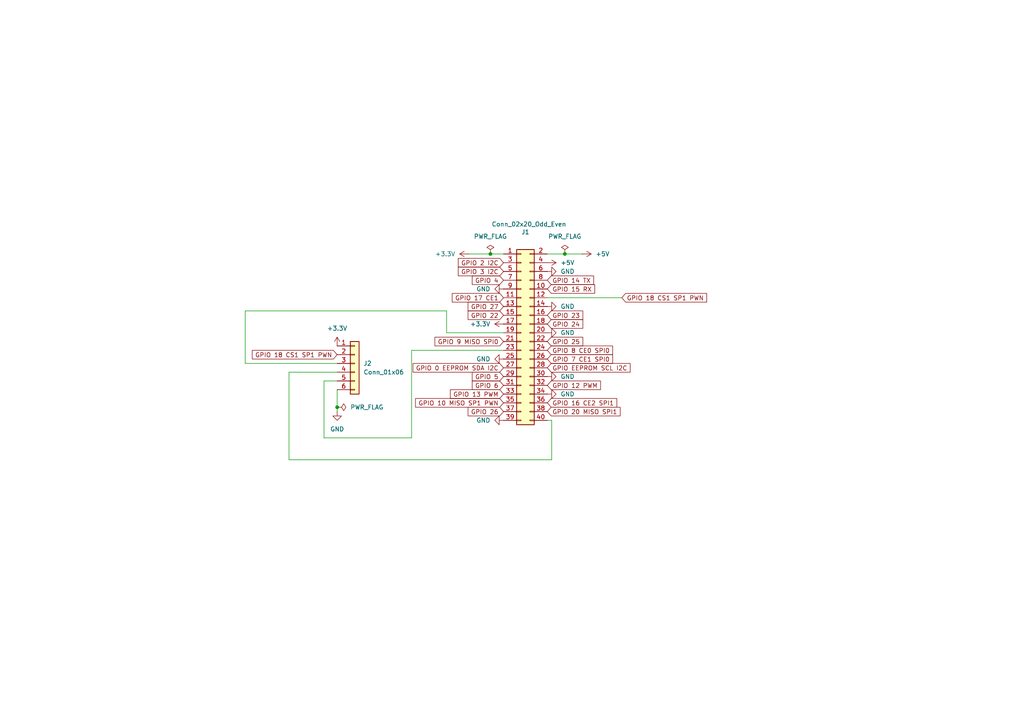
<source format=kicad_sch>
(kicad_sch
	(version 20250114)
	(generator "eeschema")
	(generator_version "9.0")
	(uuid "e4263617-9b78-4e9c-8969-168512d1b04e")
	(paper "A4")
	(lib_symbols
		(symbol "Connector_Generic:Conn_01x06"
			(pin_names
				(offset 1.016)
				(hide yes)
			)
			(exclude_from_sim no)
			(in_bom yes)
			(on_board yes)
			(property "Reference" "J"
				(at 0 7.62 0)
				(effects
					(font
						(size 1.27 1.27)
					)
				)
			)
			(property "Value" "Conn_01x06"
				(at 0 -10.16 0)
				(effects
					(font
						(size 1.27 1.27)
					)
				)
			)
			(property "Footprint" ""
				(at 0 0 0)
				(effects
					(font
						(size 1.27 1.27)
					)
					(hide yes)
				)
			)
			(property "Datasheet" "~"
				(at 0 0 0)
				(effects
					(font
						(size 1.27 1.27)
					)
					(hide yes)
				)
			)
			(property "Description" "Generic connector, single row, 01x06, script generated (kicad-library-utils/schlib/autogen/connector/)"
				(at 0 0 0)
				(effects
					(font
						(size 1.27 1.27)
					)
					(hide yes)
				)
			)
			(property "ki_keywords" "connector"
				(at 0 0 0)
				(effects
					(font
						(size 1.27 1.27)
					)
					(hide yes)
				)
			)
			(property "ki_fp_filters" "Connector*:*_1x??_*"
				(at 0 0 0)
				(effects
					(font
						(size 1.27 1.27)
					)
					(hide yes)
				)
			)
			(symbol "Conn_01x06_1_1"
				(rectangle
					(start -1.27 6.35)
					(end 1.27 -8.89)
					(stroke
						(width 0.254)
						(type default)
					)
					(fill
						(type background)
					)
				)
				(rectangle
					(start -1.27 5.207)
					(end 0 4.953)
					(stroke
						(width 0.1524)
						(type default)
					)
					(fill
						(type none)
					)
				)
				(rectangle
					(start -1.27 2.667)
					(end 0 2.413)
					(stroke
						(width 0.1524)
						(type default)
					)
					(fill
						(type none)
					)
				)
				(rectangle
					(start -1.27 0.127)
					(end 0 -0.127)
					(stroke
						(width 0.1524)
						(type default)
					)
					(fill
						(type none)
					)
				)
				(rectangle
					(start -1.27 -2.413)
					(end 0 -2.667)
					(stroke
						(width 0.1524)
						(type default)
					)
					(fill
						(type none)
					)
				)
				(rectangle
					(start -1.27 -4.953)
					(end 0 -5.207)
					(stroke
						(width 0.1524)
						(type default)
					)
					(fill
						(type none)
					)
				)
				(rectangle
					(start -1.27 -7.493)
					(end 0 -7.747)
					(stroke
						(width 0.1524)
						(type default)
					)
					(fill
						(type none)
					)
				)
				(pin passive line
					(at -5.08 5.08 0)
					(length 3.81)
					(name "Pin_1"
						(effects
							(font
								(size 1.27 1.27)
							)
						)
					)
					(number "1"
						(effects
							(font
								(size 1.27 1.27)
							)
						)
					)
				)
				(pin passive line
					(at -5.08 2.54 0)
					(length 3.81)
					(name "Pin_2"
						(effects
							(font
								(size 1.27 1.27)
							)
						)
					)
					(number "2"
						(effects
							(font
								(size 1.27 1.27)
							)
						)
					)
				)
				(pin passive line
					(at -5.08 0 0)
					(length 3.81)
					(name "Pin_3"
						(effects
							(font
								(size 1.27 1.27)
							)
						)
					)
					(number "3"
						(effects
							(font
								(size 1.27 1.27)
							)
						)
					)
				)
				(pin passive line
					(at -5.08 -2.54 0)
					(length 3.81)
					(name "Pin_4"
						(effects
							(font
								(size 1.27 1.27)
							)
						)
					)
					(number "4"
						(effects
							(font
								(size 1.27 1.27)
							)
						)
					)
				)
				(pin passive line
					(at -5.08 -5.08 0)
					(length 3.81)
					(name "Pin_5"
						(effects
							(font
								(size 1.27 1.27)
							)
						)
					)
					(number "5"
						(effects
							(font
								(size 1.27 1.27)
							)
						)
					)
				)
				(pin passive line
					(at -5.08 -7.62 0)
					(length 3.81)
					(name "Pin_6"
						(effects
							(font
								(size 1.27 1.27)
							)
						)
					)
					(number "6"
						(effects
							(font
								(size 1.27 1.27)
							)
						)
					)
				)
			)
			(embedded_fonts no)
		)
		(symbol "Connector_Generic:Conn_02x20_Odd_Even"
			(pin_names
				(offset 1.016)
				(hide yes)
			)
			(exclude_from_sim no)
			(in_bom yes)
			(on_board yes)
			(property "Reference" "J"
				(at 1.27 25.4 0)
				(effects
					(font
						(size 1.27 1.27)
					)
				)
			)
			(property "Value" "Conn_02x20_Odd_Even"
				(at 1.27 -27.94 0)
				(effects
					(font
						(size 1.27 1.27)
					)
				)
			)
			(property "Footprint" ""
				(at 0 0 0)
				(effects
					(font
						(size 1.27 1.27)
					)
					(hide yes)
				)
			)
			(property "Datasheet" "~"
				(at 0 0 0)
				(effects
					(font
						(size 1.27 1.27)
					)
					(hide yes)
				)
			)
			(property "Description" "Generic connector, double row, 02x20, odd/even pin numbering scheme (row 1 odd numbers, row 2 even numbers), script generated (kicad-library-utils/schlib/autogen/connector/)"
				(at 0 0 0)
				(effects
					(font
						(size 1.27 1.27)
					)
					(hide yes)
				)
			)
			(property "ki_keywords" "connector"
				(at 0 0 0)
				(effects
					(font
						(size 1.27 1.27)
					)
					(hide yes)
				)
			)
			(property "ki_fp_filters" "Connector*:*_2x??_*"
				(at 0 0 0)
				(effects
					(font
						(size 1.27 1.27)
					)
					(hide yes)
				)
			)
			(symbol "Conn_02x20_Odd_Even_1_1"
				(rectangle
					(start -1.27 24.13)
					(end 3.81 -26.67)
					(stroke
						(width 0.254)
						(type default)
					)
					(fill
						(type background)
					)
				)
				(rectangle
					(start -1.27 22.987)
					(end 0 22.733)
					(stroke
						(width 0.1524)
						(type default)
					)
					(fill
						(type none)
					)
				)
				(rectangle
					(start -1.27 20.447)
					(end 0 20.193)
					(stroke
						(width 0.1524)
						(type default)
					)
					(fill
						(type none)
					)
				)
				(rectangle
					(start -1.27 17.907)
					(end 0 17.653)
					(stroke
						(width 0.1524)
						(type default)
					)
					(fill
						(type none)
					)
				)
				(rectangle
					(start -1.27 15.367)
					(end 0 15.113)
					(stroke
						(width 0.1524)
						(type default)
					)
					(fill
						(type none)
					)
				)
				(rectangle
					(start -1.27 12.827)
					(end 0 12.573)
					(stroke
						(width 0.1524)
						(type default)
					)
					(fill
						(type none)
					)
				)
				(rectangle
					(start -1.27 10.287)
					(end 0 10.033)
					(stroke
						(width 0.1524)
						(type default)
					)
					(fill
						(type none)
					)
				)
				(rectangle
					(start -1.27 7.747)
					(end 0 7.493)
					(stroke
						(width 0.1524)
						(type default)
					)
					(fill
						(type none)
					)
				)
				(rectangle
					(start -1.27 5.207)
					(end 0 4.953)
					(stroke
						(width 0.1524)
						(type default)
					)
					(fill
						(type none)
					)
				)
				(rectangle
					(start -1.27 2.667)
					(end 0 2.413)
					(stroke
						(width 0.1524)
						(type default)
					)
					(fill
						(type none)
					)
				)
				(rectangle
					(start -1.27 0.127)
					(end 0 -0.127)
					(stroke
						(width 0.1524)
						(type default)
					)
					(fill
						(type none)
					)
				)
				(rectangle
					(start -1.27 -2.413)
					(end 0 -2.667)
					(stroke
						(width 0.1524)
						(type default)
					)
					(fill
						(type none)
					)
				)
				(rectangle
					(start -1.27 -4.953)
					(end 0 -5.207)
					(stroke
						(width 0.1524)
						(type default)
					)
					(fill
						(type none)
					)
				)
				(rectangle
					(start -1.27 -7.493)
					(end 0 -7.747)
					(stroke
						(width 0.1524)
						(type default)
					)
					(fill
						(type none)
					)
				)
				(rectangle
					(start -1.27 -10.033)
					(end 0 -10.287)
					(stroke
						(width 0.1524)
						(type default)
					)
					(fill
						(type none)
					)
				)
				(rectangle
					(start -1.27 -12.573)
					(end 0 -12.827)
					(stroke
						(width 0.1524)
						(type default)
					)
					(fill
						(type none)
					)
				)
				(rectangle
					(start -1.27 -15.113)
					(end 0 -15.367)
					(stroke
						(width 0.1524)
						(type default)
					)
					(fill
						(type none)
					)
				)
				(rectangle
					(start -1.27 -17.653)
					(end 0 -17.907)
					(stroke
						(width 0.1524)
						(type default)
					)
					(fill
						(type none)
					)
				)
				(rectangle
					(start -1.27 -20.193)
					(end 0 -20.447)
					(stroke
						(width 0.1524)
						(type default)
					)
					(fill
						(type none)
					)
				)
				(rectangle
					(start -1.27 -22.733)
					(end 0 -22.987)
					(stroke
						(width 0.1524)
						(type default)
					)
					(fill
						(type none)
					)
				)
				(rectangle
					(start -1.27 -25.273)
					(end 0 -25.527)
					(stroke
						(width 0.1524)
						(type default)
					)
					(fill
						(type none)
					)
				)
				(rectangle
					(start 3.81 22.987)
					(end 2.54 22.733)
					(stroke
						(width 0.1524)
						(type default)
					)
					(fill
						(type none)
					)
				)
				(rectangle
					(start 3.81 20.447)
					(end 2.54 20.193)
					(stroke
						(width 0.1524)
						(type default)
					)
					(fill
						(type none)
					)
				)
				(rectangle
					(start 3.81 17.907)
					(end 2.54 17.653)
					(stroke
						(width 0.1524)
						(type default)
					)
					(fill
						(type none)
					)
				)
				(rectangle
					(start 3.81 15.367)
					(end 2.54 15.113)
					(stroke
						(width 0.1524)
						(type default)
					)
					(fill
						(type none)
					)
				)
				(rectangle
					(start 3.81 12.827)
					(end 2.54 12.573)
					(stroke
						(width 0.1524)
						(type default)
					)
					(fill
						(type none)
					)
				)
				(rectangle
					(start 3.81 10.287)
					(end 2.54 10.033)
					(stroke
						(width 0.1524)
						(type default)
					)
					(fill
						(type none)
					)
				)
				(rectangle
					(start 3.81 7.747)
					(end 2.54 7.493)
					(stroke
						(width 0.1524)
						(type default)
					)
					(fill
						(type none)
					)
				)
				(rectangle
					(start 3.81 5.207)
					(end 2.54 4.953)
					(stroke
						(width 0.1524)
						(type default)
					)
					(fill
						(type none)
					)
				)
				(rectangle
					(start 3.81 2.667)
					(end 2.54 2.413)
					(stroke
						(width 0.1524)
						(type default)
					)
					(fill
						(type none)
					)
				)
				(rectangle
					(start 3.81 0.127)
					(end 2.54 -0.127)
					(stroke
						(width 0.1524)
						(type default)
					)
					(fill
						(type none)
					)
				)
				(rectangle
					(start 3.81 -2.413)
					(end 2.54 -2.667)
					(stroke
						(width 0.1524)
						(type default)
					)
					(fill
						(type none)
					)
				)
				(rectangle
					(start 3.81 -4.953)
					(end 2.54 -5.207)
					(stroke
						(width 0.1524)
						(type default)
					)
					(fill
						(type none)
					)
				)
				(rectangle
					(start 3.81 -7.493)
					(end 2.54 -7.747)
					(stroke
						(width 0.1524)
						(type default)
					)
					(fill
						(type none)
					)
				)
				(rectangle
					(start 3.81 -10.033)
					(end 2.54 -10.287)
					(stroke
						(width 0.1524)
						(type default)
					)
					(fill
						(type none)
					)
				)
				(rectangle
					(start 3.81 -12.573)
					(end 2.54 -12.827)
					(stroke
						(width 0.1524)
						(type default)
					)
					(fill
						(type none)
					)
				)
				(rectangle
					(start 3.81 -15.113)
					(end 2.54 -15.367)
					(stroke
						(width 0.1524)
						(type default)
					)
					(fill
						(type none)
					)
				)
				(rectangle
					(start 3.81 -17.653)
					(end 2.54 -17.907)
					(stroke
						(width 0.1524)
						(type default)
					)
					(fill
						(type none)
					)
				)
				(rectangle
					(start 3.81 -20.193)
					(end 2.54 -20.447)
					(stroke
						(width 0.1524)
						(type default)
					)
					(fill
						(type none)
					)
				)
				(rectangle
					(start 3.81 -22.733)
					(end 2.54 -22.987)
					(stroke
						(width 0.1524)
						(type default)
					)
					(fill
						(type none)
					)
				)
				(rectangle
					(start 3.81 -25.273)
					(end 2.54 -25.527)
					(stroke
						(width 0.1524)
						(type default)
					)
					(fill
						(type none)
					)
				)
				(pin passive line
					(at -5.08 22.86 0)
					(length 3.81)
					(name "Pin_1"
						(effects
							(font
								(size 1.27 1.27)
							)
						)
					)
					(number "1"
						(effects
							(font
								(size 1.27 1.27)
							)
						)
					)
				)
				(pin passive line
					(at -5.08 20.32 0)
					(length 3.81)
					(name "Pin_3"
						(effects
							(font
								(size 1.27 1.27)
							)
						)
					)
					(number "3"
						(effects
							(font
								(size 1.27 1.27)
							)
						)
					)
				)
				(pin passive line
					(at -5.08 17.78 0)
					(length 3.81)
					(name "Pin_5"
						(effects
							(font
								(size 1.27 1.27)
							)
						)
					)
					(number "5"
						(effects
							(font
								(size 1.27 1.27)
							)
						)
					)
				)
				(pin passive line
					(at -5.08 15.24 0)
					(length 3.81)
					(name "Pin_7"
						(effects
							(font
								(size 1.27 1.27)
							)
						)
					)
					(number "7"
						(effects
							(font
								(size 1.27 1.27)
							)
						)
					)
				)
				(pin passive line
					(at -5.08 12.7 0)
					(length 3.81)
					(name "Pin_9"
						(effects
							(font
								(size 1.27 1.27)
							)
						)
					)
					(number "9"
						(effects
							(font
								(size 1.27 1.27)
							)
						)
					)
				)
				(pin passive line
					(at -5.08 10.16 0)
					(length 3.81)
					(name "Pin_11"
						(effects
							(font
								(size 1.27 1.27)
							)
						)
					)
					(number "11"
						(effects
							(font
								(size 1.27 1.27)
							)
						)
					)
				)
				(pin passive line
					(at -5.08 7.62 0)
					(length 3.81)
					(name "Pin_13"
						(effects
							(font
								(size 1.27 1.27)
							)
						)
					)
					(number "13"
						(effects
							(font
								(size 1.27 1.27)
							)
						)
					)
				)
				(pin passive line
					(at -5.08 5.08 0)
					(length 3.81)
					(name "Pin_15"
						(effects
							(font
								(size 1.27 1.27)
							)
						)
					)
					(number "15"
						(effects
							(font
								(size 1.27 1.27)
							)
						)
					)
				)
				(pin passive line
					(at -5.08 2.54 0)
					(length 3.81)
					(name "Pin_17"
						(effects
							(font
								(size 1.27 1.27)
							)
						)
					)
					(number "17"
						(effects
							(font
								(size 1.27 1.27)
							)
						)
					)
				)
				(pin passive line
					(at -5.08 0 0)
					(length 3.81)
					(name "Pin_19"
						(effects
							(font
								(size 1.27 1.27)
							)
						)
					)
					(number "19"
						(effects
							(font
								(size 1.27 1.27)
							)
						)
					)
				)
				(pin passive line
					(at -5.08 -2.54 0)
					(length 3.81)
					(name "Pin_21"
						(effects
							(font
								(size 1.27 1.27)
							)
						)
					)
					(number "21"
						(effects
							(font
								(size 1.27 1.27)
							)
						)
					)
				)
				(pin passive line
					(at -5.08 -5.08 0)
					(length 3.81)
					(name "Pin_23"
						(effects
							(font
								(size 1.27 1.27)
							)
						)
					)
					(number "23"
						(effects
							(font
								(size 1.27 1.27)
							)
						)
					)
				)
				(pin passive line
					(at -5.08 -7.62 0)
					(length 3.81)
					(name "Pin_25"
						(effects
							(font
								(size 1.27 1.27)
							)
						)
					)
					(number "25"
						(effects
							(font
								(size 1.27 1.27)
							)
						)
					)
				)
				(pin passive line
					(at -5.08 -10.16 0)
					(length 3.81)
					(name "Pin_27"
						(effects
							(font
								(size 1.27 1.27)
							)
						)
					)
					(number "27"
						(effects
							(font
								(size 1.27 1.27)
							)
						)
					)
				)
				(pin passive line
					(at -5.08 -12.7 0)
					(length 3.81)
					(name "Pin_29"
						(effects
							(font
								(size 1.27 1.27)
							)
						)
					)
					(number "29"
						(effects
							(font
								(size 1.27 1.27)
							)
						)
					)
				)
				(pin passive line
					(at -5.08 -15.24 0)
					(length 3.81)
					(name "Pin_31"
						(effects
							(font
								(size 1.27 1.27)
							)
						)
					)
					(number "31"
						(effects
							(font
								(size 1.27 1.27)
							)
						)
					)
				)
				(pin passive line
					(at -5.08 -17.78 0)
					(length 3.81)
					(name "Pin_33"
						(effects
							(font
								(size 1.27 1.27)
							)
						)
					)
					(number "33"
						(effects
							(font
								(size 1.27 1.27)
							)
						)
					)
				)
				(pin passive line
					(at -5.08 -20.32 0)
					(length 3.81)
					(name "Pin_35"
						(effects
							(font
								(size 1.27 1.27)
							)
						)
					)
					(number "35"
						(effects
							(font
								(size 1.27 1.27)
							)
						)
					)
				)
				(pin passive line
					(at -5.08 -22.86 0)
					(length 3.81)
					(name "Pin_37"
						(effects
							(font
								(size 1.27 1.27)
							)
						)
					)
					(number "37"
						(effects
							(font
								(size 1.27 1.27)
							)
						)
					)
				)
				(pin passive line
					(at -5.08 -25.4 0)
					(length 3.81)
					(name "Pin_39"
						(effects
							(font
								(size 1.27 1.27)
							)
						)
					)
					(number "39"
						(effects
							(font
								(size 1.27 1.27)
							)
						)
					)
				)
				(pin passive line
					(at 7.62 22.86 180)
					(length 3.81)
					(name "Pin_2"
						(effects
							(font
								(size 1.27 1.27)
							)
						)
					)
					(number "2"
						(effects
							(font
								(size 1.27 1.27)
							)
						)
					)
				)
				(pin passive line
					(at 7.62 20.32 180)
					(length 3.81)
					(name "Pin_4"
						(effects
							(font
								(size 1.27 1.27)
							)
						)
					)
					(number "4"
						(effects
							(font
								(size 1.27 1.27)
							)
						)
					)
				)
				(pin passive line
					(at 7.62 17.78 180)
					(length 3.81)
					(name "Pin_6"
						(effects
							(font
								(size 1.27 1.27)
							)
						)
					)
					(number "6"
						(effects
							(font
								(size 1.27 1.27)
							)
						)
					)
				)
				(pin passive line
					(at 7.62 15.24 180)
					(length 3.81)
					(name "Pin_8"
						(effects
							(font
								(size 1.27 1.27)
							)
						)
					)
					(number "8"
						(effects
							(font
								(size 1.27 1.27)
							)
						)
					)
				)
				(pin passive line
					(at 7.62 12.7 180)
					(length 3.81)
					(name "Pin_10"
						(effects
							(font
								(size 1.27 1.27)
							)
						)
					)
					(number "10"
						(effects
							(font
								(size 1.27 1.27)
							)
						)
					)
				)
				(pin passive line
					(at 7.62 10.16 180)
					(length 3.81)
					(name "Pin_12"
						(effects
							(font
								(size 1.27 1.27)
							)
						)
					)
					(number "12"
						(effects
							(font
								(size 1.27 1.27)
							)
						)
					)
				)
				(pin passive line
					(at 7.62 7.62 180)
					(length 3.81)
					(name "Pin_14"
						(effects
							(font
								(size 1.27 1.27)
							)
						)
					)
					(number "14"
						(effects
							(font
								(size 1.27 1.27)
							)
						)
					)
				)
				(pin passive line
					(at 7.62 5.08 180)
					(length 3.81)
					(name "Pin_16"
						(effects
							(font
								(size 1.27 1.27)
							)
						)
					)
					(number "16"
						(effects
							(font
								(size 1.27 1.27)
							)
						)
					)
				)
				(pin passive line
					(at 7.62 2.54 180)
					(length 3.81)
					(name "Pin_18"
						(effects
							(font
								(size 1.27 1.27)
							)
						)
					)
					(number "18"
						(effects
							(font
								(size 1.27 1.27)
							)
						)
					)
				)
				(pin passive line
					(at 7.62 0 180)
					(length 3.81)
					(name "Pin_20"
						(effects
							(font
								(size 1.27 1.27)
							)
						)
					)
					(number "20"
						(effects
							(font
								(size 1.27 1.27)
							)
						)
					)
				)
				(pin passive line
					(at 7.62 -2.54 180)
					(length 3.81)
					(name "Pin_22"
						(effects
							(font
								(size 1.27 1.27)
							)
						)
					)
					(number "22"
						(effects
							(font
								(size 1.27 1.27)
							)
						)
					)
				)
				(pin passive line
					(at 7.62 -5.08 180)
					(length 3.81)
					(name "Pin_24"
						(effects
							(font
								(size 1.27 1.27)
							)
						)
					)
					(number "24"
						(effects
							(font
								(size 1.27 1.27)
							)
						)
					)
				)
				(pin passive line
					(at 7.62 -7.62 180)
					(length 3.81)
					(name "Pin_26"
						(effects
							(font
								(size 1.27 1.27)
							)
						)
					)
					(number "26"
						(effects
							(font
								(size 1.27 1.27)
							)
						)
					)
				)
				(pin passive line
					(at 7.62 -10.16 180)
					(length 3.81)
					(name "Pin_28"
						(effects
							(font
								(size 1.27 1.27)
							)
						)
					)
					(number "28"
						(effects
							(font
								(size 1.27 1.27)
							)
						)
					)
				)
				(pin passive line
					(at 7.62 -12.7 180)
					(length 3.81)
					(name "Pin_30"
						(effects
							(font
								(size 1.27 1.27)
							)
						)
					)
					(number "30"
						(effects
							(font
								(size 1.27 1.27)
							)
						)
					)
				)
				(pin passive line
					(at 7.62 -15.24 180)
					(length 3.81)
					(name "Pin_32"
						(effects
							(font
								(size 1.27 1.27)
							)
						)
					)
					(number "32"
						(effects
							(font
								(size 1.27 1.27)
							)
						)
					)
				)
				(pin passive line
					(at 7.62 -17.78 180)
					(length 3.81)
					(name "Pin_34"
						(effects
							(font
								(size 1.27 1.27)
							)
						)
					)
					(number "34"
						(effects
							(font
								(size 1.27 1.27)
							)
						)
					)
				)
				(pin passive line
					(at 7.62 -20.32 180)
					(length 3.81)
					(name "Pin_36"
						(effects
							(font
								(size 1.27 1.27)
							)
						)
					)
					(number "36"
						(effects
							(font
								(size 1.27 1.27)
							)
						)
					)
				)
				(pin passive line
					(at 7.62 -22.86 180)
					(length 3.81)
					(name "Pin_38"
						(effects
							(font
								(size 1.27 1.27)
							)
						)
					)
					(number "38"
						(effects
							(font
								(size 1.27 1.27)
							)
						)
					)
				)
				(pin passive line
					(at 7.62 -25.4 180)
					(length 3.81)
					(name "Pin_40"
						(effects
							(font
								(size 1.27 1.27)
							)
						)
					)
					(number "40"
						(effects
							(font
								(size 1.27 1.27)
							)
						)
					)
				)
			)
			(embedded_fonts no)
		)
		(symbol "power:+3.3V"
			(power)
			(pin_numbers
				(hide yes)
			)
			(pin_names
				(offset 0)
				(hide yes)
			)
			(exclude_from_sim no)
			(in_bom yes)
			(on_board yes)
			(property "Reference" "#PWR"
				(at 0 -3.81 0)
				(effects
					(font
						(size 1.27 1.27)
					)
					(hide yes)
				)
			)
			(property "Value" "+3.3V"
				(at 0 3.556 0)
				(effects
					(font
						(size 1.27 1.27)
					)
				)
			)
			(property "Footprint" ""
				(at 0 0 0)
				(effects
					(font
						(size 1.27 1.27)
					)
					(hide yes)
				)
			)
			(property "Datasheet" ""
				(at 0 0 0)
				(effects
					(font
						(size 1.27 1.27)
					)
					(hide yes)
				)
			)
			(property "Description" "Power symbol creates a global label with name \"+3.3V\""
				(at 0 0 0)
				(effects
					(font
						(size 1.27 1.27)
					)
					(hide yes)
				)
			)
			(property "ki_keywords" "global power"
				(at 0 0 0)
				(effects
					(font
						(size 1.27 1.27)
					)
					(hide yes)
				)
			)
			(symbol "+3.3V_0_1"
				(polyline
					(pts
						(xy -0.762 1.27) (xy 0 2.54)
					)
					(stroke
						(width 0)
						(type default)
					)
					(fill
						(type none)
					)
				)
				(polyline
					(pts
						(xy 0 2.54) (xy 0.762 1.27)
					)
					(stroke
						(width 0)
						(type default)
					)
					(fill
						(type none)
					)
				)
				(polyline
					(pts
						(xy 0 0) (xy 0 2.54)
					)
					(stroke
						(width 0)
						(type default)
					)
					(fill
						(type none)
					)
				)
			)
			(symbol "+3.3V_1_1"
				(pin power_in line
					(at 0 0 90)
					(length 0)
					(name "~"
						(effects
							(font
								(size 1.27 1.27)
							)
						)
					)
					(number "1"
						(effects
							(font
								(size 1.27 1.27)
							)
						)
					)
				)
			)
			(embedded_fonts no)
		)
		(symbol "power:+5V"
			(power)
			(pin_numbers
				(hide yes)
			)
			(pin_names
				(offset 0)
				(hide yes)
			)
			(exclude_from_sim no)
			(in_bom yes)
			(on_board yes)
			(property "Reference" "#PWR"
				(at 0 -3.81 0)
				(effects
					(font
						(size 1.27 1.27)
					)
					(hide yes)
				)
			)
			(property "Value" "+5V"
				(at 0 3.556 0)
				(effects
					(font
						(size 1.27 1.27)
					)
				)
			)
			(property "Footprint" ""
				(at 0 0 0)
				(effects
					(font
						(size 1.27 1.27)
					)
					(hide yes)
				)
			)
			(property "Datasheet" ""
				(at 0 0 0)
				(effects
					(font
						(size 1.27 1.27)
					)
					(hide yes)
				)
			)
			(property "Description" "Power symbol creates a global label with name \"+5V\""
				(at 0 0 0)
				(effects
					(font
						(size 1.27 1.27)
					)
					(hide yes)
				)
			)
			(property "ki_keywords" "global power"
				(at 0 0 0)
				(effects
					(font
						(size 1.27 1.27)
					)
					(hide yes)
				)
			)
			(symbol "+5V_0_1"
				(polyline
					(pts
						(xy -0.762 1.27) (xy 0 2.54)
					)
					(stroke
						(width 0)
						(type default)
					)
					(fill
						(type none)
					)
				)
				(polyline
					(pts
						(xy 0 2.54) (xy 0.762 1.27)
					)
					(stroke
						(width 0)
						(type default)
					)
					(fill
						(type none)
					)
				)
				(polyline
					(pts
						(xy 0 0) (xy 0 2.54)
					)
					(stroke
						(width 0)
						(type default)
					)
					(fill
						(type none)
					)
				)
			)
			(symbol "+5V_1_1"
				(pin power_in line
					(at 0 0 90)
					(length 0)
					(name "~"
						(effects
							(font
								(size 1.27 1.27)
							)
						)
					)
					(number "1"
						(effects
							(font
								(size 1.27 1.27)
							)
						)
					)
				)
			)
			(embedded_fonts no)
		)
		(symbol "power:GND"
			(power)
			(pin_numbers
				(hide yes)
			)
			(pin_names
				(offset 0)
				(hide yes)
			)
			(exclude_from_sim no)
			(in_bom yes)
			(on_board yes)
			(property "Reference" "#PWR"
				(at 0 -6.35 0)
				(effects
					(font
						(size 1.27 1.27)
					)
					(hide yes)
				)
			)
			(property "Value" "GND"
				(at 0 -3.81 0)
				(effects
					(font
						(size 1.27 1.27)
					)
				)
			)
			(property "Footprint" ""
				(at 0 0 0)
				(effects
					(font
						(size 1.27 1.27)
					)
					(hide yes)
				)
			)
			(property "Datasheet" ""
				(at 0 0 0)
				(effects
					(font
						(size 1.27 1.27)
					)
					(hide yes)
				)
			)
			(property "Description" "Power symbol creates a global label with name \"GND\" , ground"
				(at 0 0 0)
				(effects
					(font
						(size 1.27 1.27)
					)
					(hide yes)
				)
			)
			(property "ki_keywords" "global power"
				(at 0 0 0)
				(effects
					(font
						(size 1.27 1.27)
					)
					(hide yes)
				)
			)
			(symbol "GND_0_1"
				(polyline
					(pts
						(xy 0 0) (xy 0 -1.27) (xy 1.27 -1.27) (xy 0 -2.54) (xy -1.27 -1.27) (xy 0 -1.27)
					)
					(stroke
						(width 0)
						(type default)
					)
					(fill
						(type none)
					)
				)
			)
			(symbol "GND_1_1"
				(pin power_in line
					(at 0 0 270)
					(length 0)
					(name "~"
						(effects
							(font
								(size 1.27 1.27)
							)
						)
					)
					(number "1"
						(effects
							(font
								(size 1.27 1.27)
							)
						)
					)
				)
			)
			(embedded_fonts no)
		)
		(symbol "power:PWR_FLAG"
			(power)
			(pin_numbers
				(hide yes)
			)
			(pin_names
				(offset 0)
				(hide yes)
			)
			(exclude_from_sim no)
			(in_bom yes)
			(on_board yes)
			(property "Reference" "#FLG"
				(at 0 1.905 0)
				(effects
					(font
						(size 1.27 1.27)
					)
					(hide yes)
				)
			)
			(property "Value" "PWR_FLAG"
				(at 0 3.81 0)
				(effects
					(font
						(size 1.27 1.27)
					)
				)
			)
			(property "Footprint" ""
				(at 0 0 0)
				(effects
					(font
						(size 1.27 1.27)
					)
					(hide yes)
				)
			)
			(property "Datasheet" "~"
				(at 0 0 0)
				(effects
					(font
						(size 1.27 1.27)
					)
					(hide yes)
				)
			)
			(property "Description" "Special symbol for telling ERC where power comes from"
				(at 0 0 0)
				(effects
					(font
						(size 1.27 1.27)
					)
					(hide yes)
				)
			)
			(property "ki_keywords" "flag power"
				(at 0 0 0)
				(effects
					(font
						(size 1.27 1.27)
					)
					(hide yes)
				)
			)
			(symbol "PWR_FLAG_0_0"
				(pin power_out line
					(at 0 0 90)
					(length 0)
					(name "~"
						(effects
							(font
								(size 1.27 1.27)
							)
						)
					)
					(number "1"
						(effects
							(font
								(size 1.27 1.27)
							)
						)
					)
				)
			)
			(symbol "PWR_FLAG_0_1"
				(polyline
					(pts
						(xy 0 0) (xy 0 1.27) (xy -1.016 1.905) (xy 0 2.54) (xy 1.016 1.905) (xy 0 1.27)
					)
					(stroke
						(width 0)
						(type default)
					)
					(fill
						(type none)
					)
				)
			)
			(embedded_fonts no)
		)
	)
	(junction
		(at 97.79 118.11)
		(diameter 0)
		(color 0 0 0 0)
		(uuid "053473c5-0671-498f-ac3d-823fadbaeecd")
	)
	(junction
		(at 163.83 73.66)
		(diameter 0)
		(color 0 0 0 0)
		(uuid "7e711ff3-64ad-4e9a-9fa7-ae002e28db52")
	)
	(junction
		(at 142.24 73.66)
		(diameter 0)
		(color 0 0 0 0)
		(uuid "91524fea-be7d-4846-ae70-122d762cd8cb")
	)
	(wire
		(pts
			(xy 135.89 73.66) (xy 142.24 73.66)
		)
		(stroke
			(width 0)
			(type default)
		)
		(uuid "013b3784-8b77-441f-b12d-8245db36da3f")
	)
	(wire
		(pts
			(xy 83.82 133.35) (xy 160.02 133.35)
		)
		(stroke
			(width 0)
			(type default)
		)
		(uuid "0896459b-0d8f-4eb9-97e8-df1ddd6f1473")
	)
	(wire
		(pts
			(xy 168.91 73.66) (xy 163.83 73.66)
		)
		(stroke
			(width 0)
			(type default)
		)
		(uuid "1240e912-edfb-4d2a-8c64-2e981884a1e5")
	)
	(wire
		(pts
			(xy 71.12 90.17) (xy 129.54 90.17)
		)
		(stroke
			(width 0)
			(type default)
		)
		(uuid "24a3935a-2b71-48b0-8b35-d7da477153df")
	)
	(wire
		(pts
			(xy 119.38 101.6) (xy 146.05 101.6)
		)
		(stroke
			(width 0)
			(type default)
		)
		(uuid "2a9d8629-7efb-491c-afa8-f0c5434331ab")
	)
	(wire
		(pts
			(xy 93.98 127) (xy 119.38 127)
		)
		(stroke
			(width 0)
			(type default)
		)
		(uuid "356084b8-e3d3-4d15-bef3-94a1764593b2")
	)
	(wire
		(pts
			(xy 93.98 110.49) (xy 93.98 127)
		)
		(stroke
			(width 0)
			(type default)
		)
		(uuid "447f8d88-24f2-4886-860b-d25558e70589")
	)
	(wire
		(pts
			(xy 97.79 118.11) (xy 97.79 113.03)
		)
		(stroke
			(width 0)
			(type default)
		)
		(uuid "4a3c4cb2-500b-4c8f-a561-64e4315ffa6c")
	)
	(wire
		(pts
			(xy 97.79 107.95) (xy 83.82 107.95)
		)
		(stroke
			(width 0)
			(type default)
		)
		(uuid "67416813-2e55-4c37-abd0-8dd7051b6164")
	)
	(wire
		(pts
			(xy 119.38 127) (xy 119.38 101.6)
		)
		(stroke
			(width 0)
			(type default)
		)
		(uuid "6dc6d0c5-9d2e-4c96-9e9c-1e5aee329332")
	)
	(wire
		(pts
			(xy 180.34 86.36) (xy 158.75 86.36)
		)
		(stroke
			(width 0)
			(type default)
		)
		(uuid "7d3a8b7e-5ce5-4e99-b08f-8928153f2e99")
	)
	(wire
		(pts
			(xy 129.54 90.17) (xy 129.54 96.52)
		)
		(stroke
			(width 0)
			(type default)
		)
		(uuid "875609ad-52c1-418b-ab92-373245698f94")
	)
	(wire
		(pts
			(xy 129.54 96.52) (xy 146.05 96.52)
		)
		(stroke
			(width 0)
			(type default)
		)
		(uuid "892ff767-3dce-4f90-b34e-682b21b08550")
	)
	(wire
		(pts
			(xy 158.75 121.92) (xy 160.02 121.92)
		)
		(stroke
			(width 0)
			(type default)
		)
		(uuid "8a2b93ab-32e0-4ac7-a815-08c7b52b78ec")
	)
	(wire
		(pts
			(xy 97.79 119.38) (xy 97.79 118.11)
		)
		(stroke
			(width 0)
			(type default)
		)
		(uuid "952be40e-effa-4ce8-967b-7c7e8f6315a7")
	)
	(wire
		(pts
			(xy 71.12 105.41) (xy 71.12 90.17)
		)
		(stroke
			(width 0)
			(type default)
		)
		(uuid "99d14787-afdb-4077-afbe-dd29a22d37f3")
	)
	(wire
		(pts
			(xy 163.83 73.66) (xy 158.75 73.66)
		)
		(stroke
			(width 0)
			(type default)
		)
		(uuid "9b816e9e-1105-4ca2-aac2-c1bbd5f25691")
	)
	(wire
		(pts
			(xy 160.02 121.92) (xy 160.02 133.35)
		)
		(stroke
			(width 0)
			(type default)
		)
		(uuid "a6c0bb05-5588-4698-8eae-77dd0cbea3a6")
	)
	(wire
		(pts
			(xy 97.79 105.41) (xy 71.12 105.41)
		)
		(stroke
			(width 0)
			(type default)
		)
		(uuid "b12dd4da-5cac-46e3-ae51-6cc7f29b2713")
	)
	(wire
		(pts
			(xy 142.24 73.66) (xy 146.05 73.66)
		)
		(stroke
			(width 0)
			(type default)
		)
		(uuid "be7aa8e3-bf4c-42e7-9e9b-8827658e71dd")
	)
	(wire
		(pts
			(xy 83.82 107.95) (xy 83.82 133.35)
		)
		(stroke
			(width 0)
			(type default)
		)
		(uuid "fca34485-6d83-4050-a658-0fce86a88f31")
	)
	(wire
		(pts
			(xy 97.79 110.49) (xy 93.98 110.49)
		)
		(stroke
			(width 0)
			(type default)
		)
		(uuid "fdfd9002-9537-44a7-968f-4c05f0b5b3d4")
	)
	(global_label "GPIO 18 CS1 SP1 PWN"
		(shape input)
		(at 180.34 86.36 0)
		(fields_autoplaced yes)
		(effects
			(font
				(size 1.27 1.27)
			)
			(justify left)
		)
		(uuid "004b318c-e399-46d3-830f-9ad49d93a578")
		(property "Intersheetrefs" "${INTERSHEET_REFS}"
			(at 205.5198 86.36 0)
			(effects
				(font
					(size 1.27 1.27)
				)
				(justify left)
				(hide yes)
			)
		)
	)
	(global_label "GPIO 8 CE0 SPI0"
		(shape input)
		(at 158.75 101.6 0)
		(fields_autoplaced yes)
		(effects
			(font
				(size 1.27 1.27)
			)
			(justify left)
		)
		(uuid "0bbe6b41-e509-4fdf-8c8a-c28cd299e6ed")
		(property "Intersheetrefs" "${INTERSHEET_REFS}"
			(at 178.2451 101.6 0)
			(effects
				(font
					(size 1.27 1.27)
				)
				(justify left)
				(hide yes)
			)
		)
	)
	(global_label "GPIO 4"
		(shape input)
		(at 146.05 81.28 180)
		(fields_autoplaced yes)
		(effects
			(font
				(size 1.27 1.27)
			)
			(justify right)
		)
		(uuid "1597d68c-6fa6-4717-bd4d-01d85b199913")
		(property "Intersheetrefs" "${INTERSHEET_REFS}"
			(at 136.4124 81.28 0)
			(effects
				(font
					(size 1.27 1.27)
				)
				(justify right)
				(hide yes)
			)
		)
	)
	(global_label "GPIO 17 CE1"
		(shape input)
		(at 146.05 86.36 180)
		(fields_autoplaced yes)
		(effects
			(font
				(size 1.27 1.27)
			)
			(justify right)
		)
		(uuid "195f1c7e-cf7a-4335-aa7f-11dd74ce6399")
		(property "Intersheetrefs" "${INTERSHEET_REFS}"
			(at 130.6068 86.36 0)
			(effects
				(font
					(size 1.27 1.27)
				)
				(justify right)
				(hide yes)
			)
		)
	)
	(global_label "GPIO 16 CE2 SPI1"
		(shape input)
		(at 158.75 116.84 0)
		(fields_autoplaced yes)
		(effects
			(font
				(size 1.27 1.27)
			)
			(justify left)
		)
		(uuid "2c671d2b-25fc-4d8f-87dc-b1f2faeddd39")
		(property "Intersheetrefs" "${INTERSHEET_REFS}"
			(at 179.4546 116.84 0)
			(effects
				(font
					(size 1.27 1.27)
				)
				(justify left)
				(hide yes)
			)
		)
	)
	(global_label "GPIO 18 CS1 SP1 PWN"
		(shape input)
		(at 97.79 102.87 180)
		(fields_autoplaced yes)
		(effects
			(font
				(size 1.27 1.27)
			)
			(justify right)
		)
		(uuid "2d2fa456-7d55-44fb-84c9-9a8615870e7d")
		(property "Intersheetrefs" "${INTERSHEET_REFS}"
			(at 72.6102 102.87 0)
			(effects
				(font
					(size 1.27 1.27)
				)
				(justify right)
				(hide yes)
			)
		)
	)
	(global_label "GPIO 2 I2C"
		(shape input)
		(at 146.05 76.2 180)
		(fields_autoplaced yes)
		(effects
			(font
				(size 1.27 1.27)
			)
			(justify right)
		)
		(uuid "4a84a389-265b-4aff-9ed8-e4554690eaef")
		(property "Intersheetrefs" "${INTERSHEET_REFS}"
			(at 132.3605 76.2 0)
			(effects
				(font
					(size 1.27 1.27)
				)
				(justify right)
				(hide yes)
			)
		)
	)
	(global_label "GPIO 0 EEPROM SDA I2C"
		(shape input)
		(at 146.05 106.68 180)
		(fields_autoplaced yes)
		(effects
			(font
				(size 1.27 1.27)
			)
			(justify right)
		)
		(uuid "4e3f8b35-4129-4eb4-979d-638bc5181703")
		(property "Intersheetrefs" "${INTERSHEET_REFS}"
			(at 119.2373 106.68 0)
			(effects
				(font
					(size 1.27 1.27)
				)
				(justify right)
				(hide yes)
			)
		)
	)
	(global_label "GPIO 10 MISO SP1 PWN"
		(shape input)
		(at 146.05 116.84 180)
		(fields_autoplaced yes)
		(effects
			(font
				(size 1.27 1.27)
			)
			(justify right)
		)
		(uuid "52191309-acbd-46b4-90aa-dec32a30e9c8")
		(property "Intersheetrefs" "${INTERSHEET_REFS}"
			(at 119.963 116.84 0)
			(effects
				(font
					(size 1.27 1.27)
				)
				(justify right)
				(hide yes)
			)
		)
	)
	(global_label "GPIO 26"
		(shape input)
		(at 146.05 119.38 180)
		(fields_autoplaced yes)
		(effects
			(font
				(size 1.27 1.27)
			)
			(justify right)
		)
		(uuid "730d75b0-dc10-4ea4-9c60-b5db1437e506")
		(property "Intersheetrefs" "${INTERSHEET_REFS}"
			(at 135.2029 119.38 0)
			(effects
				(font
					(size 1.27 1.27)
				)
				(justify right)
				(hide yes)
			)
		)
	)
	(global_label "GPIO 24"
		(shape input)
		(at 158.75 93.98 0)
		(fields_autoplaced yes)
		(effects
			(font
				(size 1.27 1.27)
			)
			(justify left)
		)
		(uuid "7d4ae492-11b7-4750-82bd-13bb0cf07f25")
		(property "Intersheetrefs" "${INTERSHEET_REFS}"
			(at 169.5971 93.98 0)
			(effects
				(font
					(size 1.27 1.27)
				)
				(justify left)
				(hide yes)
			)
		)
	)
	(global_label "GPIO 22"
		(shape input)
		(at 146.05 91.44 180)
		(fields_autoplaced yes)
		(effects
			(font
				(size 1.27 1.27)
			)
			(justify right)
		)
		(uuid "80abce42-93e1-42eb-b2c0-5fc1f4afc367")
		(property "Intersheetrefs" "${INTERSHEET_REFS}"
			(at 135.2029 91.44 0)
			(effects
				(font
					(size 1.27 1.27)
				)
				(justify right)
				(hide yes)
			)
		)
	)
	(global_label "GPIO 5"
		(shape input)
		(at 146.05 109.22 180)
		(fields_autoplaced yes)
		(effects
			(font
				(size 1.27 1.27)
			)
			(justify right)
		)
		(uuid "8720532a-4f3d-4d4c-a3dd-0913a87b9700")
		(property "Intersheetrefs" "${INTERSHEET_REFS}"
			(at 136.4124 109.22 0)
			(effects
				(font
					(size 1.27 1.27)
				)
				(justify right)
				(hide yes)
			)
		)
	)
	(global_label "GPIO 14 TX"
		(shape input)
		(at 158.75 81.28 0)
		(fields_autoplaced yes)
		(effects
			(font
				(size 1.27 1.27)
			)
			(justify left)
		)
		(uuid "88d5f03d-070e-4a17-948d-ba5aa4426f59")
		(property "Intersheetrefs" "${INTERSHEET_REFS}"
			(at 172.7418 81.28 0)
			(effects
				(font
					(size 1.27 1.27)
				)
				(justify left)
				(hide yes)
			)
		)
	)
	(global_label "GPIO 15 RX"
		(shape input)
		(at 158.75 83.82 0)
		(fields_autoplaced yes)
		(effects
			(font
				(size 1.27 1.27)
			)
			(justify left)
		)
		(uuid "8b222613-de29-4630-acc7-af27a97e6598")
		(property "Intersheetrefs" "${INTERSHEET_REFS}"
			(at 173.0442 83.82 0)
			(effects
				(font
					(size 1.27 1.27)
				)
				(justify left)
				(hide yes)
			)
		)
	)
	(global_label "GPIO 27"
		(shape input)
		(at 146.05 88.9 180)
		(fields_autoplaced yes)
		(effects
			(font
				(size 1.27 1.27)
			)
			(justify right)
		)
		(uuid "8b4bcc8d-ea29-42ed-a811-840c25fa51f2")
		(property "Intersheetrefs" "${INTERSHEET_REFS}"
			(at 135.2029 88.9 0)
			(effects
				(font
					(size 1.27 1.27)
				)
				(justify right)
				(hide yes)
			)
		)
	)
	(global_label "GPIO 25"
		(shape input)
		(at 158.75 99.06 0)
		(fields_autoplaced yes)
		(effects
			(font
				(size 1.27 1.27)
			)
			(justify left)
		)
		(uuid "8ba89ec5-69ed-48f6-918b-b0ef1f53232d")
		(property "Intersheetrefs" "${INTERSHEET_REFS}"
			(at 169.5971 99.06 0)
			(effects
				(font
					(size 1.27 1.27)
				)
				(justify left)
				(hide yes)
			)
		)
	)
	(global_label "GPIO 13 PWM"
		(shape input)
		(at 146.05 114.3 180)
		(fields_autoplaced yes)
		(effects
			(font
				(size 1.27 1.27)
			)
			(justify right)
		)
		(uuid "943a145a-87c9-4345-a546-5a4c4d9212f0")
		(property "Intersheetrefs" "${INTERSHEET_REFS}"
			(at 130.0625 114.3 0)
			(effects
				(font
					(size 1.27 1.27)
				)
				(justify right)
				(hide yes)
			)
		)
	)
	(global_label "GPIO 23"
		(shape input)
		(at 158.75 91.44 0)
		(fields_autoplaced yes)
		(effects
			(font
				(size 1.27 1.27)
			)
			(justify left)
		)
		(uuid "9affadb8-80e3-4a55-8261-372f3613e929")
		(property "Intersheetrefs" "${INTERSHEET_REFS}"
			(at 169.5971 91.44 0)
			(effects
				(font
					(size 1.27 1.27)
				)
				(justify left)
				(hide yes)
			)
		)
	)
	(global_label "GPIO 12 PWM"
		(shape input)
		(at 158.75 111.76 0)
		(fields_autoplaced yes)
		(effects
			(font
				(size 1.27 1.27)
			)
			(justify left)
		)
		(uuid "9b6ba54d-d271-4610-ba34-486e3e143522")
		(property "Intersheetrefs" "${INTERSHEET_REFS}"
			(at 174.7375 111.76 0)
			(effects
				(font
					(size 1.27 1.27)
				)
				(justify left)
				(hide yes)
			)
		)
	)
	(global_label "GPIO 20 MISO SPI1"
		(shape input)
		(at 158.75 119.38 0)
		(fields_autoplaced yes)
		(effects
			(font
				(size 1.27 1.27)
			)
			(justify left)
		)
		(uuid "b7200716-611f-4994-adf9-e79c1ff9459b")
		(property "Intersheetrefs" "${INTERSHEET_REFS}"
			(at 180.4223 119.38 0)
			(effects
				(font
					(size 1.27 1.27)
				)
				(justify left)
				(hide yes)
			)
		)
	)
	(global_label "GPIO 7 CE1 SPI0"
		(shape input)
		(at 158.75 104.14 0)
		(fields_autoplaced yes)
		(effects
			(font
				(size 1.27 1.27)
			)
			(justify left)
		)
		(uuid "d0fd87b3-0207-4fbf-86be-c5416a2fa674")
		(property "Intersheetrefs" "${INTERSHEET_REFS}"
			(at 178.2451 104.14 0)
			(effects
				(font
					(size 1.27 1.27)
				)
				(justify left)
				(hide yes)
			)
		)
	)
	(global_label "GPIO 3 I2C"
		(shape input)
		(at 146.05 78.74 180)
		(fields_autoplaced yes)
		(effects
			(font
				(size 1.27 1.27)
			)
			(justify right)
		)
		(uuid "e1af3d5c-c30e-4809-9020-361d3f0a722a")
		(property "Intersheetrefs" "${INTERSHEET_REFS}"
			(at 132.3605 78.74 0)
			(effects
				(font
					(size 1.27 1.27)
				)
				(justify right)
				(hide yes)
			)
		)
	)
	(global_label "GPIO EEPROM SCL I2C"
		(shape input)
		(at 158.75 106.68 0)
		(fields_autoplaced yes)
		(effects
			(font
				(size 1.27 1.27)
			)
			(justify left)
		)
		(uuid "f029b9ac-e86e-442c-9fc5-2a8dba0b5574")
		(property "Intersheetrefs" "${INTERSHEET_REFS}"
			(at 183.3251 106.68 0)
			(effects
				(font
					(size 1.27 1.27)
				)
				(justify left)
				(hide yes)
			)
		)
	)
	(global_label "GPIO 6"
		(shape input)
		(at 146.05 111.76 180)
		(fields_autoplaced yes)
		(effects
			(font
				(size 1.27 1.27)
			)
			(justify right)
		)
		(uuid "fcec4e4f-abae-4a98-9127-5609f8b8e09f")
		(property "Intersheetrefs" "${INTERSHEET_REFS}"
			(at 136.4124 111.76 0)
			(effects
				(font
					(size 1.27 1.27)
				)
				(justify right)
				(hide yes)
			)
		)
	)
	(global_label "GPIO 9 MISO SPI0"
		(shape input)
		(at 146.05 99.06 180)
		(fields_autoplaced yes)
		(effects
			(font
				(size 1.27 1.27)
			)
			(justify right)
		)
		(uuid "fd2804b8-a317-4e7a-8323-40cd91e40faf")
		(property "Intersheetrefs" "${INTERSHEET_REFS}"
			(at 125.5872 99.06 0)
			(effects
				(font
					(size 1.27 1.27)
				)
				(justify right)
				(hide yes)
			)
		)
	)
	(symbol
		(lib_id "Connector_Generic:Conn_02x20_Odd_Even")
		(at 151.13 96.52 0)
		(unit 1)
		(exclude_from_sim no)
		(in_bom yes)
		(on_board yes)
		(dnp no)
		(uuid "05b4314b-7639-43c6-b17e-28326c1cbd0f")
		(property "Reference" "J1"
			(at 152.4 67.31 0)
			(effects
				(font
					(size 1.27 1.27)
				)
			)
		)
		(property "Value" "Conn_02x20_Odd_Even"
			(at 153.416 65.024 0)
			(effects
				(font
					(size 1.27 1.27)
				)
			)
		)
		(property "Footprint" ""
			(at 151.13 96.52 0)
			(effects
				(font
					(size 1.27 1.27)
				)
				(hide yes)
			)
		)
		(property "Datasheet" "~"
			(at 151.13 96.52 0)
			(effects
				(font
					(size 1.27 1.27)
				)
				(hide yes)
			)
		)
		(property "Description" "Generic connector, double row, 02x20, odd/even pin numbering scheme (row 1 odd numbers, row 2 even numbers), script generated (kicad-library-utils/schlib/autogen/connector/)"
			(at 151.13 96.52 0)
			(effects
				(font
					(size 1.27 1.27)
				)
				(hide yes)
			)
		)
		(pin "7"
			(uuid "0daba7cf-54e5-4c24-b8a3-5ab0d819d37f")
		)
		(pin "23"
			(uuid "1374503b-961b-4e15-9538-0cfd5e02ebd9")
		)
		(pin "29"
			(uuid "051b4dc0-d54f-4360-a8d0-40049096eb1c")
		)
		(pin "6"
			(uuid "98476f7d-6651-46a6-9c84-a01863cbe8e4")
		)
		(pin "37"
			(uuid "8e10d90c-b8ba-48dd-9587-29423e803fff")
		)
		(pin "8"
			(uuid "467c8f4b-4a47-4af8-8ef3-b584afee6616")
		)
		(pin "17"
			(uuid "4c179137-aef6-4093-bf6d-74784fee9768")
		)
		(pin "3"
			(uuid "aead7982-6df0-4b20-9da1-33c22bb205e4")
		)
		(pin "19"
			(uuid "04bc5f0a-c3f5-4dea-ba87-ffb7ab732e4e")
		)
		(pin "9"
			(uuid "f5c8fd22-dee0-410e-91f9-5de214e185d6")
		)
		(pin "13"
			(uuid "96eecae7-c91a-47cf-b295-89d255c25fc4")
		)
		(pin "31"
			(uuid "3be17bfd-1fe7-49e2-b3ba-6cc2a263672f")
		)
		(pin "33"
			(uuid "6052a9b0-48a8-46a8-b278-e799842c803c")
		)
		(pin "39"
			(uuid "040d2667-ce66-4106-b9c3-b0bed96f66b6")
		)
		(pin "36"
			(uuid "7c4ca82e-911e-45e7-80ef-d2bede9779c1")
		)
		(pin "40"
			(uuid "a95a9f0d-54a2-4d4b-8188-27bd56455d95")
		)
		(pin "15"
			(uuid "e10b4827-d3c4-4558-9748-6d16b9daf1a2")
		)
		(pin "2"
			(uuid "b3ab3d60-0bd0-42de-8960-034234853c9e")
		)
		(pin "35"
			(uuid "26271653-837b-4b09-91d4-31f152bc6ca5")
		)
		(pin "14"
			(uuid "36cd993d-a350-48b0-b9ab-0838e5b24a11")
		)
		(pin "16"
			(uuid "6cabbbb5-f9e2-4793-adfb-c61a2fb1fad2")
		)
		(pin "21"
			(uuid "b6a1ece8-b44f-4df8-ad77-eecaa05e61b6")
		)
		(pin "27"
			(uuid "8085f27d-b9f6-4a74-8bfb-53dc8cbd5f39")
		)
		(pin "5"
			(uuid "5ec57b96-cdd9-4f14-b82a-f5324c6bcd7d")
		)
		(pin "1"
			(uuid "0e36bb25-c9bd-407f-8985-edee48e796a5")
		)
		(pin "11"
			(uuid "570d70ec-d7a4-467f-8b22-d23bfa2ba22b")
		)
		(pin "25"
			(uuid "47399f89-d480-411f-89b2-d0ef1fedb732")
		)
		(pin "4"
			(uuid "6a3f4431-4649-4f15-9336-a165d87e4589")
		)
		(pin "10"
			(uuid "103f289d-ebba-491b-8335-5df86e499ec7")
		)
		(pin "12"
			(uuid "da2c9a2d-d700-4052-a9e0-4550b0574998")
		)
		(pin "20"
			(uuid "c513a4c0-1555-4eef-abb2-8fdb3527e066")
		)
		(pin "22"
			(uuid "e739de2a-e366-4c35-b575-a1b31d46e26e")
		)
		(pin "24"
			(uuid "bc9fcc79-e434-40cf-a932-c75080901bc2")
		)
		(pin "26"
			(uuid "d7119563-fef0-4669-b2c0-20213d7d9e9e")
		)
		(pin "28"
			(uuid "7c4af40d-8789-45bd-ae35-e382433e92fd")
		)
		(pin "30"
			(uuid "b9b169bb-6d5e-460f-a3c6-bfa5f70ad14d")
		)
		(pin "32"
			(uuid "6dd9fcbc-7021-41be-a550-927b91fe5450")
		)
		(pin "34"
			(uuid "56624788-36d4-4af8-aa16-57cf106a8513")
		)
		(pin "18"
			(uuid "de2c0e29-396f-4332-9096-9dd7d04484fb")
		)
		(pin "38"
			(uuid "18ca2e09-06ef-4c4e-8625-5c54bee3fe67")
		)
		(instances
			(project ""
				(path "/e4263617-9b78-4e9c-8969-168512d1b04e"
					(reference "J1")
					(unit 1)
				)
			)
		)
	)
	(symbol
		(lib_id "power:+3.3V")
		(at 146.05 93.98 90)
		(unit 1)
		(exclude_from_sim no)
		(in_bom yes)
		(on_board yes)
		(dnp no)
		(fields_autoplaced yes)
		(uuid "14f14853-ba5c-43a7-a170-2012b35f7e25")
		(property "Reference" "#PWR05"
			(at 149.86 93.98 0)
			(effects
				(font
					(size 1.27 1.27)
				)
				(hide yes)
			)
		)
		(property "Value" "+3.3V"
			(at 142.24 93.9799 90)
			(effects
				(font
					(size 1.27 1.27)
				)
				(justify left)
			)
		)
		(property "Footprint" ""
			(at 146.05 93.98 0)
			(effects
				(font
					(size 1.27 1.27)
				)
				(hide yes)
			)
		)
		(property "Datasheet" ""
			(at 146.05 93.98 0)
			(effects
				(font
					(size 1.27 1.27)
				)
				(hide yes)
			)
		)
		(property "Description" "Power symbol creates a global label with name \"+3.3V\""
			(at 146.05 93.98 0)
			(effects
				(font
					(size 1.27 1.27)
				)
				(hide yes)
			)
		)
		(pin "1"
			(uuid "2cf8fdb3-0adf-4910-88e6-d2ac210a643e")
		)
		(instances
			(project ""
				(path "/e4263617-9b78-4e9c-8969-168512d1b04e"
					(reference "#PWR05")
					(unit 1)
				)
			)
		)
	)
	(symbol
		(lib_id "power:PWR_FLAG")
		(at 97.79 118.11 270)
		(unit 1)
		(exclude_from_sim no)
		(in_bom yes)
		(on_board yes)
		(dnp no)
		(fields_autoplaced yes)
		(uuid "15232553-4b57-4ac0-b9a2-12545ee929c6")
		(property "Reference" "#FLG03"
			(at 99.695 118.11 0)
			(effects
				(font
					(size 1.27 1.27)
				)
				(hide yes)
			)
		)
		(property "Value" "PWR_FLAG"
			(at 101.6 118.1099 90)
			(effects
				(font
					(size 1.27 1.27)
				)
				(justify left)
			)
		)
		(property "Footprint" ""
			(at 97.79 118.11 0)
			(effects
				(font
					(size 1.27 1.27)
				)
				(hide yes)
			)
		)
		(property "Datasheet" "~"
			(at 97.79 118.11 0)
			(effects
				(font
					(size 1.27 1.27)
				)
				(hide yes)
			)
		)
		(property "Description" "Special symbol for telling ERC where power comes from"
			(at 97.79 118.11 0)
			(effects
				(font
					(size 1.27 1.27)
				)
				(hide yes)
			)
		)
		(pin "1"
			(uuid "b5d7b139-d979-4cb4-afe5-ead1aabe8a4f")
		)
		(instances
			(project ""
				(path "/e4263617-9b78-4e9c-8969-168512d1b04e"
					(reference "#FLG03")
					(unit 1)
				)
			)
		)
	)
	(symbol
		(lib_id "power:GND")
		(at 158.75 109.22 90)
		(unit 1)
		(exclude_from_sim no)
		(in_bom yes)
		(on_board yes)
		(dnp no)
		(fields_autoplaced yes)
		(uuid "19c3ce6c-797c-48f2-be46-9729a3a28bca")
		(property "Reference" "#PWR011"
			(at 165.1 109.22 0)
			(effects
				(font
					(size 1.27 1.27)
				)
				(hide yes)
			)
		)
		(property "Value" "GND"
			(at 162.56 109.2199 90)
			(effects
				(font
					(size 1.27 1.27)
				)
				(justify right)
			)
		)
		(property "Footprint" ""
			(at 158.75 109.22 0)
			(effects
				(font
					(size 1.27 1.27)
				)
				(hide yes)
			)
		)
		(property "Datasheet" ""
			(at 158.75 109.22 0)
			(effects
				(font
					(size 1.27 1.27)
				)
				(hide yes)
			)
		)
		(property "Description" "Power symbol creates a global label with name \"GND\" , ground"
			(at 158.75 109.22 0)
			(effects
				(font
					(size 1.27 1.27)
				)
				(hide yes)
			)
		)
		(pin "1"
			(uuid "fac6fe59-f042-4184-b4e9-67d82da24a67")
		)
		(instances
			(project ""
				(path "/e4263617-9b78-4e9c-8969-168512d1b04e"
					(reference "#PWR011")
					(unit 1)
				)
			)
		)
	)
	(symbol
		(lib_id "power:GND")
		(at 146.05 121.92 270)
		(unit 1)
		(exclude_from_sim no)
		(in_bom yes)
		(on_board yes)
		(dnp no)
		(fields_autoplaced yes)
		(uuid "1f98a287-fba2-4808-a7db-c63033700100")
		(property "Reference" "#PWR013"
			(at 139.7 121.92 0)
			(effects
				(font
					(size 1.27 1.27)
				)
				(hide yes)
			)
		)
		(property "Value" "GND"
			(at 142.24 121.9199 90)
			(effects
				(font
					(size 1.27 1.27)
				)
				(justify right)
			)
		)
		(property "Footprint" ""
			(at 146.05 121.92 0)
			(effects
				(font
					(size 1.27 1.27)
				)
				(hide yes)
			)
		)
		(property "Datasheet" ""
			(at 146.05 121.92 0)
			(effects
				(font
					(size 1.27 1.27)
				)
				(hide yes)
			)
		)
		(property "Description" "Power symbol creates a global label with name \"GND\" , ground"
			(at 146.05 121.92 0)
			(effects
				(font
					(size 1.27 1.27)
				)
				(hide yes)
			)
		)
		(pin "1"
			(uuid "32debf5a-2298-462a-aef5-14349669c196")
		)
		(instances
			(project ""
				(path "/e4263617-9b78-4e9c-8969-168512d1b04e"
					(reference "#PWR013")
					(unit 1)
				)
			)
		)
	)
	(symbol
		(lib_id "power:PWR_FLAG")
		(at 163.83 73.66 0)
		(unit 1)
		(exclude_from_sim no)
		(in_bom yes)
		(on_board yes)
		(dnp no)
		(fields_autoplaced yes)
		(uuid "211421a1-b73c-43d5-af7c-55b972bff283")
		(property "Reference" "#FLG01"
			(at 163.83 71.755 0)
			(effects
				(font
					(size 1.27 1.27)
				)
				(hide yes)
			)
		)
		(property "Value" "PWR_FLAG"
			(at 163.83 68.58 0)
			(effects
				(font
					(size 1.27 1.27)
				)
			)
		)
		(property "Footprint" ""
			(at 163.83 73.66 0)
			(effects
				(font
					(size 1.27 1.27)
				)
				(hide yes)
			)
		)
		(property "Datasheet" "~"
			(at 163.83 73.66 0)
			(effects
				(font
					(size 1.27 1.27)
				)
				(hide yes)
			)
		)
		(property "Description" "Special symbol for telling ERC where power comes from"
			(at 163.83 73.66 0)
			(effects
				(font
					(size 1.27 1.27)
				)
				(hide yes)
			)
		)
		(pin "1"
			(uuid "6ab984a6-e747-42a7-930c-702b45454954")
		)
		(instances
			(project ""
				(path "/e4263617-9b78-4e9c-8969-168512d1b04e"
					(reference "#FLG01")
					(unit 1)
				)
			)
		)
	)
	(symbol
		(lib_id "power:GND")
		(at 158.75 114.3 90)
		(unit 1)
		(exclude_from_sim no)
		(in_bom yes)
		(on_board yes)
		(dnp no)
		(fields_autoplaced yes)
		(uuid "3e70f729-81a8-42f6-8885-0e669a332e1f")
		(property "Reference" "#PWR012"
			(at 165.1 114.3 0)
			(effects
				(font
					(size 1.27 1.27)
				)
				(hide yes)
			)
		)
		(property "Value" "GND"
			(at 162.56 114.2999 90)
			(effects
				(font
					(size 1.27 1.27)
				)
				(justify right)
			)
		)
		(property "Footprint" ""
			(at 158.75 114.3 0)
			(effects
				(font
					(size 1.27 1.27)
				)
				(hide yes)
			)
		)
		(property "Datasheet" ""
			(at 158.75 114.3 0)
			(effects
				(font
					(size 1.27 1.27)
				)
				(hide yes)
			)
		)
		(property "Description" "Power symbol creates a global label with name \"GND\" , ground"
			(at 158.75 114.3 0)
			(effects
				(font
					(size 1.27 1.27)
				)
				(hide yes)
			)
		)
		(pin "1"
			(uuid "36f64c65-0d2a-4394-887b-13e2f367b453")
		)
		(instances
			(project ""
				(path "/e4263617-9b78-4e9c-8969-168512d1b04e"
					(reference "#PWR012")
					(unit 1)
				)
			)
		)
	)
	(symbol
		(lib_id "power:+5V")
		(at 158.75 76.2 270)
		(unit 1)
		(exclude_from_sim no)
		(in_bom yes)
		(on_board yes)
		(dnp no)
		(fields_autoplaced yes)
		(uuid "45b90b9f-3b33-4e64-a508-2b6de981f3b4")
		(property "Reference" "#PWR04"
			(at 154.94 76.2 0)
			(effects
				(font
					(size 1.27 1.27)
				)
				(hide yes)
			)
		)
		(property "Value" "+5V"
			(at 162.56 76.1999 90)
			(effects
				(font
					(size 1.27 1.27)
				)
				(justify left)
			)
		)
		(property "Footprint" ""
			(at 158.75 76.2 0)
			(effects
				(font
					(size 1.27 1.27)
				)
				(hide yes)
			)
		)
		(property "Datasheet" ""
			(at 158.75 76.2 0)
			(effects
				(font
					(size 1.27 1.27)
				)
				(hide yes)
			)
		)
		(property "Description" "Power symbol creates a global label with name \"+5V\""
			(at 158.75 76.2 0)
			(effects
				(font
					(size 1.27 1.27)
				)
				(hide yes)
			)
		)
		(pin "1"
			(uuid "a383d0c2-dcca-4ee9-a82f-743d880a29dd")
		)
		(instances
			(project ""
				(path "/e4263617-9b78-4e9c-8969-168512d1b04e"
					(reference "#PWR04")
					(unit 1)
				)
			)
		)
	)
	(symbol
		(lib_id "power:+3.3V")
		(at 135.89 73.66 90)
		(unit 1)
		(exclude_from_sim no)
		(in_bom yes)
		(on_board yes)
		(dnp no)
		(fields_autoplaced yes)
		(uuid "4ae4bd0f-9b99-4378-9e16-b70bb4353c30")
		(property "Reference" "#PWR01"
			(at 139.7 73.66 0)
			(effects
				(font
					(size 1.27 1.27)
				)
				(hide yes)
			)
		)
		(property "Value" "+3.3V"
			(at 132.08 73.6599 90)
			(effects
				(font
					(size 1.27 1.27)
				)
				(justify left)
			)
		)
		(property "Footprint" ""
			(at 135.89 73.66 0)
			(effects
				(font
					(size 1.27 1.27)
				)
				(hide yes)
			)
		)
		(property "Datasheet" ""
			(at 135.89 73.66 0)
			(effects
				(font
					(size 1.27 1.27)
				)
				(hide yes)
			)
		)
		(property "Description" "Power symbol creates a global label with name \"+3.3V\""
			(at 135.89 73.66 0)
			(effects
				(font
					(size 1.27 1.27)
				)
				(hide yes)
			)
		)
		(pin "1"
			(uuid "79bc777e-d322-4db2-9fc8-24a076e2a9fe")
		)
		(instances
			(project ""
				(path "/e4263617-9b78-4e9c-8969-168512d1b04e"
					(reference "#PWR01")
					(unit 1)
				)
			)
		)
	)
	(symbol
		(lib_id "power:+3.3V")
		(at 97.79 100.33 0)
		(unit 1)
		(exclude_from_sim no)
		(in_bom yes)
		(on_board yes)
		(dnp no)
		(fields_autoplaced yes)
		(uuid "52de2bb8-39c0-4b09-9560-7929094144e2")
		(property "Reference" "#PWR014"
			(at 97.79 104.14 0)
			(effects
				(font
					(size 1.27 1.27)
				)
				(hide yes)
			)
		)
		(property "Value" "+3.3V"
			(at 97.79 95.25 0)
			(effects
				(font
					(size 1.27 1.27)
				)
			)
		)
		(property "Footprint" ""
			(at 97.79 100.33 0)
			(effects
				(font
					(size 1.27 1.27)
				)
				(hide yes)
			)
		)
		(property "Datasheet" ""
			(at 97.79 100.33 0)
			(effects
				(font
					(size 1.27 1.27)
				)
				(hide yes)
			)
		)
		(property "Description" "Power symbol creates a global label with name \"+3.3V\""
			(at 97.79 100.33 0)
			(effects
				(font
					(size 1.27 1.27)
				)
				(hide yes)
			)
		)
		(pin "1"
			(uuid "241ba858-cec7-41c1-b6e3-0d09ca35db94")
		)
		(instances
			(project ""
				(path "/e4263617-9b78-4e9c-8969-168512d1b04e"
					(reference "#PWR014")
					(unit 1)
				)
			)
		)
	)
	(symbol
		(lib_id "power:GND")
		(at 146.05 104.14 270)
		(unit 1)
		(exclude_from_sim no)
		(in_bom yes)
		(on_board yes)
		(dnp no)
		(fields_autoplaced yes)
		(uuid "6f692f77-916a-444b-84df-1f4eae60afd2")
		(property "Reference" "#PWR010"
			(at 139.7 104.14 0)
			(effects
				(font
					(size 1.27 1.27)
				)
				(hide yes)
			)
		)
		(property "Value" "GND"
			(at 142.24 104.1399 90)
			(effects
				(font
					(size 1.27 1.27)
				)
				(justify right)
			)
		)
		(property "Footprint" ""
			(at 146.05 104.14 0)
			(effects
				(font
					(size 1.27 1.27)
				)
				(hide yes)
			)
		)
		(property "Datasheet" ""
			(at 146.05 104.14 0)
			(effects
				(font
					(size 1.27 1.27)
				)
				(hide yes)
			)
		)
		(property "Description" "Power symbol creates a global label with name \"GND\" , ground"
			(at 146.05 104.14 0)
			(effects
				(font
					(size 1.27 1.27)
				)
				(hide yes)
			)
		)
		(pin "1"
			(uuid "3df9e2ce-a510-42c5-a213-ff99a50148a8")
		)
		(instances
			(project ""
				(path "/e4263617-9b78-4e9c-8969-168512d1b04e"
					(reference "#PWR010")
					(unit 1)
				)
			)
		)
	)
	(symbol
		(lib_id "power:GND")
		(at 97.79 119.38 0)
		(unit 1)
		(exclude_from_sim no)
		(in_bom yes)
		(on_board yes)
		(dnp no)
		(fields_autoplaced yes)
		(uuid "7b0d12fa-02f0-48db-b707-8c211b820ee5")
		(property "Reference" "#PWR02"
			(at 97.79 125.73 0)
			(effects
				(font
					(size 1.27 1.27)
				)
				(hide yes)
			)
		)
		(property "Value" "GND"
			(at 97.79 124.46 0)
			(effects
				(font
					(size 1.27 1.27)
				)
			)
		)
		(property "Footprint" ""
			(at 97.79 119.38 0)
			(effects
				(font
					(size 1.27 1.27)
				)
				(hide yes)
			)
		)
		(property "Datasheet" ""
			(at 97.79 119.38 0)
			(effects
				(font
					(size 1.27 1.27)
				)
				(hide yes)
			)
		)
		(property "Description" "Power symbol creates a global label with name \"GND\" , ground"
			(at 97.79 119.38 0)
			(effects
				(font
					(size 1.27 1.27)
				)
				(hide yes)
			)
		)
		(pin "1"
			(uuid "808d0d5d-e69c-4382-b2c4-6ed628710a04")
		)
		(instances
			(project ""
				(path "/e4263617-9b78-4e9c-8969-168512d1b04e"
					(reference "#PWR02")
					(unit 1)
				)
			)
		)
	)
	(symbol
		(lib_id "power:GND")
		(at 158.75 88.9 90)
		(unit 1)
		(exclude_from_sim no)
		(in_bom yes)
		(on_board yes)
		(dnp no)
		(fields_autoplaced yes)
		(uuid "7e3c2d4c-dcca-456e-9e2c-e128e0e439a1")
		(property "Reference" "#PWR08"
			(at 165.1 88.9 0)
			(effects
				(font
					(size 1.27 1.27)
				)
				(hide yes)
			)
		)
		(property "Value" "GND"
			(at 162.56 88.8999 90)
			(effects
				(font
					(size 1.27 1.27)
				)
				(justify right)
			)
		)
		(property "Footprint" ""
			(at 158.75 88.9 0)
			(effects
				(font
					(size 1.27 1.27)
				)
				(hide yes)
			)
		)
		(property "Datasheet" ""
			(at 158.75 88.9 0)
			(effects
				(font
					(size 1.27 1.27)
				)
				(hide yes)
			)
		)
		(property "Description" "Power symbol creates a global label with name \"GND\" , ground"
			(at 158.75 88.9 0)
			(effects
				(font
					(size 1.27 1.27)
				)
				(hide yes)
			)
		)
		(pin "1"
			(uuid "c7c77da0-234a-42ed-8811-eba0e847b1a4")
		)
		(instances
			(project ""
				(path "/e4263617-9b78-4e9c-8969-168512d1b04e"
					(reference "#PWR08")
					(unit 1)
				)
			)
		)
	)
	(symbol
		(lib_id "power:+5V")
		(at 168.91 73.66 270)
		(unit 1)
		(exclude_from_sim no)
		(in_bom yes)
		(on_board yes)
		(dnp no)
		(fields_autoplaced yes)
		(uuid "8087e51c-4113-4307-becb-19bec96a9032")
		(property "Reference" "#PWR03"
			(at 165.1 73.66 0)
			(effects
				(font
					(size 1.27 1.27)
				)
				(hide yes)
			)
		)
		(property "Value" "+5V"
			(at 172.72 73.6599 90)
			(effects
				(font
					(size 1.27 1.27)
				)
				(justify left)
			)
		)
		(property "Footprint" ""
			(at 168.91 73.66 0)
			(effects
				(font
					(size 1.27 1.27)
				)
				(hide yes)
			)
		)
		(property "Datasheet" ""
			(at 168.91 73.66 0)
			(effects
				(font
					(size 1.27 1.27)
				)
				(hide yes)
			)
		)
		(property "Description" "Power symbol creates a global label with name \"+5V\""
			(at 168.91 73.66 0)
			(effects
				(font
					(size 1.27 1.27)
				)
				(hide yes)
			)
		)
		(pin "1"
			(uuid "29fcd9bd-c522-4570-96b0-17198a663f2c")
		)
		(instances
			(project ""
				(path "/e4263617-9b78-4e9c-8969-168512d1b04e"
					(reference "#PWR03")
					(unit 1)
				)
			)
		)
	)
	(symbol
		(lib_id "power:GND")
		(at 158.75 96.52 90)
		(unit 1)
		(exclude_from_sim no)
		(in_bom yes)
		(on_board yes)
		(dnp no)
		(fields_autoplaced yes)
		(uuid "8dadf69c-f553-4efc-91f1-099c139b7845")
		(property "Reference" "#PWR09"
			(at 165.1 96.52 0)
			(effects
				(font
					(size 1.27 1.27)
				)
				(hide yes)
			)
		)
		(property "Value" "GND"
			(at 162.56 96.5199 90)
			(effects
				(font
					(size 1.27 1.27)
				)
				(justify right)
			)
		)
		(property "Footprint" ""
			(at 158.75 96.52 0)
			(effects
				(font
					(size 1.27 1.27)
				)
				(hide yes)
			)
		)
		(property "Datasheet" ""
			(at 158.75 96.52 0)
			(effects
				(font
					(size 1.27 1.27)
				)
				(hide yes)
			)
		)
		(property "Description" "Power symbol creates a global label with name \"GND\" , ground"
			(at 158.75 96.52 0)
			(effects
				(font
					(size 1.27 1.27)
				)
				(hide yes)
			)
		)
		(pin "1"
			(uuid "5b59286b-b5bd-4903-a97c-bd5aa61ef7d4")
		)
		(instances
			(project ""
				(path "/e4263617-9b78-4e9c-8969-168512d1b04e"
					(reference "#PWR09")
					(unit 1)
				)
			)
		)
	)
	(symbol
		(lib_id "power:PWR_FLAG")
		(at 142.24 73.66 0)
		(unit 1)
		(exclude_from_sim no)
		(in_bom yes)
		(on_board yes)
		(dnp no)
		(fields_autoplaced yes)
		(uuid "94f88e0c-b4e1-4ffc-9035-66d422e651c5")
		(property "Reference" "#FLG02"
			(at 142.24 71.755 0)
			(effects
				(font
					(size 1.27 1.27)
				)
				(hide yes)
			)
		)
		(property "Value" "PWR_FLAG"
			(at 142.24 68.58 0)
			(effects
				(font
					(size 1.27 1.27)
				)
			)
		)
		(property "Footprint" ""
			(at 142.24 73.66 0)
			(effects
				(font
					(size 1.27 1.27)
				)
				(hide yes)
			)
		)
		(property "Datasheet" "~"
			(at 142.24 73.66 0)
			(effects
				(font
					(size 1.27 1.27)
				)
				(hide yes)
			)
		)
		(property "Description" "Special symbol for telling ERC where power comes from"
			(at 142.24 73.66 0)
			(effects
				(font
					(size 1.27 1.27)
				)
				(hide yes)
			)
		)
		(pin "1"
			(uuid "593207c5-e72d-4ca0-a686-4655d255496a")
		)
		(instances
			(project ""
				(path "/e4263617-9b78-4e9c-8969-168512d1b04e"
					(reference "#FLG02")
					(unit 1)
				)
			)
		)
	)
	(symbol
		(lib_id "Connector_Generic:Conn_01x06")
		(at 102.87 105.41 0)
		(unit 1)
		(exclude_from_sim no)
		(in_bom yes)
		(on_board yes)
		(dnp no)
		(fields_autoplaced yes)
		(uuid "aa5998d0-e868-4590-9d6d-6e322d40783b")
		(property "Reference" "J2"
			(at 105.41 105.4099 0)
			(effects
				(font
					(size 1.27 1.27)
				)
				(justify left)
			)
		)
		(property "Value" "Conn_01x06"
			(at 105.41 107.9499 0)
			(effects
				(font
					(size 1.27 1.27)
				)
				(justify left)
			)
		)
		(property "Footprint" ""
			(at 102.87 105.41 0)
			(effects
				(font
					(size 1.27 1.27)
				)
				(hide yes)
			)
		)
		(property "Datasheet" "~"
			(at 102.87 105.41 0)
			(effects
				(font
					(size 1.27 1.27)
				)
				(hide yes)
			)
		)
		(property "Description" "Generic connector, single row, 01x06, script generated (kicad-library-utils/schlib/autogen/connector/)"
			(at 102.87 105.41 0)
			(effects
				(font
					(size 1.27 1.27)
				)
				(hide yes)
			)
		)
		(pin "5"
			(uuid "99ead020-07ec-4853-9aeb-6799f058e3ec")
		)
		(pin "2"
			(uuid "498775be-b341-4142-9356-962390d5efa0")
		)
		(pin "1"
			(uuid "0da9ce63-ab16-43f7-899d-2c8c6d2bcda6")
		)
		(pin "3"
			(uuid "6b856a42-0cea-43d4-83c4-6526d76d1588")
		)
		(pin "4"
			(uuid "c3a7b62d-8bf8-4d46-88ae-b57a8cf9ccf4")
		)
		(pin "6"
			(uuid "b124dc28-1bf8-43cc-86bc-b4abc259dc37")
		)
		(instances
			(project ""
				(path "/e4263617-9b78-4e9c-8969-168512d1b04e"
					(reference "J2")
					(unit 1)
				)
			)
		)
	)
	(symbol
		(lib_id "power:GND")
		(at 146.05 83.82 270)
		(unit 1)
		(exclude_from_sim no)
		(in_bom yes)
		(on_board yes)
		(dnp no)
		(fields_autoplaced yes)
		(uuid "be36b5a5-66a2-484a-ae3e-b8e2ef6fddb5")
		(property "Reference" "#PWR07"
			(at 139.7 83.82 0)
			(effects
				(font
					(size 1.27 1.27)
				)
				(hide yes)
			)
		)
		(property "Value" "GND"
			(at 142.24 83.8199 90)
			(effects
				(font
					(size 1.27 1.27)
				)
				(justify right)
			)
		)
		(property "Footprint" ""
			(at 146.05 83.82 0)
			(effects
				(font
					(size 1.27 1.27)
				)
				(hide yes)
			)
		)
		(property "Datasheet" ""
			(at 146.05 83.82 0)
			(effects
				(font
					(size 1.27 1.27)
				)
				(hide yes)
			)
		)
		(property "Description" "Power symbol creates a global label with name \"GND\" , ground"
			(at 146.05 83.82 0)
			(effects
				(font
					(size 1.27 1.27)
				)
				(hide yes)
			)
		)
		(pin "1"
			(uuid "0405d38a-2b5b-45f2-805e-b078a0ad9817")
		)
		(instances
			(project ""
				(path "/e4263617-9b78-4e9c-8969-168512d1b04e"
					(reference "#PWR07")
					(unit 1)
				)
			)
		)
	)
	(symbol
		(lib_id "power:GND")
		(at 158.75 78.74 90)
		(unit 1)
		(exclude_from_sim no)
		(in_bom yes)
		(on_board yes)
		(dnp no)
		(fields_autoplaced yes)
		(uuid "d95377de-f971-4736-9bf0-60db3f1bc442")
		(property "Reference" "#PWR06"
			(at 165.1 78.74 0)
			(effects
				(font
					(size 1.27 1.27)
				)
				(hide yes)
			)
		)
		(property "Value" "GND"
			(at 162.56 78.7399 90)
			(effects
				(font
					(size 1.27 1.27)
				)
				(justify right)
			)
		)
		(property "Footprint" ""
			(at 158.75 78.74 0)
			(effects
				(font
					(size 1.27 1.27)
				)
				(hide yes)
			)
		)
		(property "Datasheet" ""
			(at 158.75 78.74 0)
			(effects
				(font
					(size 1.27 1.27)
				)
				(hide yes)
			)
		)
		(property "Description" "Power symbol creates a global label with name \"GND\" , ground"
			(at 158.75 78.74 0)
			(effects
				(font
					(size 1.27 1.27)
				)
				(hide yes)
			)
		)
		(pin "1"
			(uuid "2693eab6-342c-437a-b437-47ce5fb699e4")
		)
		(instances
			(project ""
				(path "/e4263617-9b78-4e9c-8969-168512d1b04e"
					(reference "#PWR06")
					(unit 1)
				)
			)
		)
	)
	(sheet_instances
		(path "/"
			(page "1")
		)
	)
	(embedded_fonts no)
)

</source>
